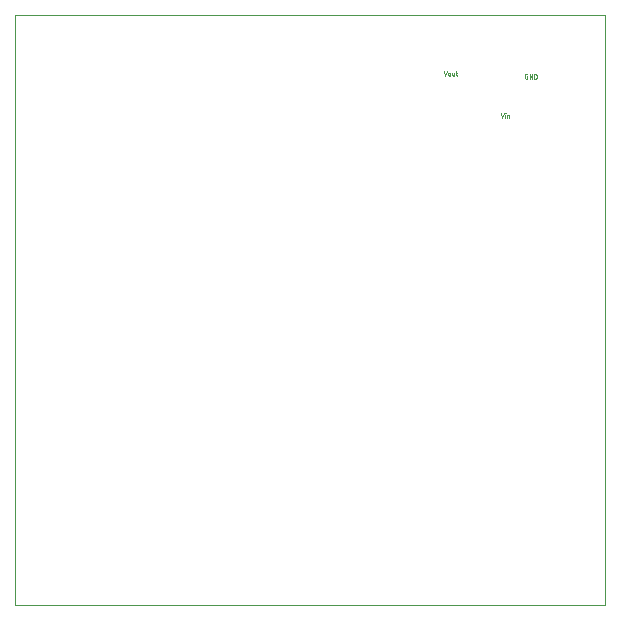
<source format=gbp>
G04 EAGLE Gerber X2 export*
%TF.Part,Single*%
%TF.FileFunction,Other,Solder paste bottom*%
%TF.FilePolarity,Positive*%
%TF.GenerationSoftware,Autodesk,EAGLE,8.7.1*%
%TF.CreationDate,2018-04-17T12:55:15Z*%
G75*
%MOMM*%
%FSLAX34Y34*%
%LPD*%
%AMOC8*
5,1,8,0,0,1.08239X$1,22.5*%
G01*
%ADD10C,0.000000*%
%ADD11C,0.025400*%


D10*
X0Y0D02*
X500000Y0D01*
X500000Y500000D01*
X0Y500000D01*
X0Y0D01*
D11*
X433409Y448014D02*
X434044Y448014D01*
X434044Y445897D01*
X432774Y445897D01*
X432719Y445899D01*
X432663Y445904D01*
X432609Y445913D01*
X432555Y445926D01*
X432502Y445942D01*
X432450Y445961D01*
X432399Y445984D01*
X432351Y446010D01*
X432303Y446040D01*
X432258Y446072D01*
X432216Y446107D01*
X432175Y446145D01*
X432137Y446186D01*
X432102Y446228D01*
X432070Y446273D01*
X432040Y446321D01*
X432014Y446369D01*
X431991Y446420D01*
X431972Y446472D01*
X431956Y446525D01*
X431943Y446579D01*
X431934Y446633D01*
X431929Y446689D01*
X431927Y446744D01*
X431927Y448860D01*
X431929Y448918D01*
X431935Y448975D01*
X431945Y449032D01*
X431958Y449089D01*
X431976Y449144D01*
X431997Y449197D01*
X432022Y449250D01*
X432050Y449300D01*
X432082Y449348D01*
X432117Y449395D01*
X432155Y449438D01*
X432196Y449479D01*
X432239Y449517D01*
X432286Y449552D01*
X432334Y449584D01*
X432384Y449612D01*
X432437Y449637D01*
X432490Y449658D01*
X432545Y449676D01*
X432602Y449689D01*
X432659Y449699D01*
X432716Y449705D01*
X432774Y449707D01*
X434044Y449707D01*
X435828Y449707D02*
X435828Y445897D01*
X437945Y445897D02*
X435828Y449707D01*
X437945Y449707D02*
X437945Y445897D01*
X439730Y445897D02*
X439730Y449707D01*
X440788Y449707D01*
X440852Y449705D01*
X440916Y449699D01*
X440979Y449690D01*
X441041Y449676D01*
X441103Y449659D01*
X441163Y449638D01*
X441222Y449614D01*
X441280Y449586D01*
X441335Y449554D01*
X441389Y449520D01*
X441440Y449482D01*
X441490Y449441D01*
X441536Y449397D01*
X441580Y449351D01*
X441621Y449301D01*
X441659Y449250D01*
X441693Y449196D01*
X441725Y449141D01*
X441753Y449083D01*
X441777Y449024D01*
X441798Y448964D01*
X441815Y448902D01*
X441829Y448840D01*
X441838Y448777D01*
X441844Y448713D01*
X441846Y448649D01*
X441846Y446955D01*
X441844Y446891D01*
X441838Y446827D01*
X441829Y446764D01*
X441815Y446702D01*
X441798Y446640D01*
X441777Y446580D01*
X441753Y446521D01*
X441725Y446463D01*
X441693Y446408D01*
X441659Y446354D01*
X441621Y446303D01*
X441580Y446253D01*
X441536Y446207D01*
X441490Y446163D01*
X441440Y446122D01*
X441389Y446084D01*
X441335Y446050D01*
X441280Y446018D01*
X441222Y445990D01*
X441163Y445966D01*
X441103Y445945D01*
X441041Y445928D01*
X440979Y445914D01*
X440916Y445905D01*
X440852Y445899D01*
X440788Y445897D01*
X439730Y445897D01*
X411607Y416687D02*
X412877Y412877D01*
X414147Y416687D01*
X415437Y415417D02*
X415437Y412877D01*
X415331Y416475D02*
X415331Y416687D01*
X415543Y416687D01*
X415543Y416475D01*
X415331Y416475D01*
X417029Y415417D02*
X417029Y412877D01*
X417029Y415417D02*
X418087Y415417D01*
X418134Y415415D01*
X418182Y415410D01*
X418228Y415401D01*
X418274Y415389D01*
X418319Y415373D01*
X418363Y415354D01*
X418405Y415332D01*
X418445Y415307D01*
X418483Y415278D01*
X418519Y415247D01*
X418552Y415214D01*
X418583Y415178D01*
X418612Y415140D01*
X418637Y415100D01*
X418659Y415058D01*
X418678Y415014D01*
X418694Y414969D01*
X418706Y414923D01*
X418715Y414877D01*
X418720Y414829D01*
X418722Y414782D01*
X418722Y412877D01*
X364617Y448437D02*
X363347Y452247D01*
X365887Y452247D02*
X364617Y448437D01*
X367184Y449284D02*
X367184Y450130D01*
X367186Y450187D01*
X367192Y450243D01*
X367201Y450299D01*
X367214Y450354D01*
X367231Y450408D01*
X367251Y450461D01*
X367275Y450512D01*
X367302Y450562D01*
X367333Y450609D01*
X367366Y450655D01*
X367403Y450698D01*
X367442Y450739D01*
X367484Y450777D01*
X367529Y450812D01*
X367575Y450844D01*
X367624Y450873D01*
X367674Y450898D01*
X367727Y450920D01*
X367780Y450939D01*
X367835Y450954D01*
X367890Y450965D01*
X367946Y450973D01*
X368003Y450977D01*
X368059Y450977D01*
X368116Y450973D01*
X368172Y450965D01*
X368227Y450954D01*
X368282Y450939D01*
X368335Y450920D01*
X368388Y450898D01*
X368438Y450873D01*
X368487Y450844D01*
X368533Y450812D01*
X368578Y450777D01*
X368620Y450739D01*
X368659Y450698D01*
X368696Y450655D01*
X368729Y450609D01*
X368760Y450562D01*
X368787Y450512D01*
X368811Y450461D01*
X368831Y450408D01*
X368848Y450354D01*
X368861Y450299D01*
X368870Y450243D01*
X368876Y450187D01*
X368878Y450130D01*
X368877Y450130D02*
X368877Y449284D01*
X368878Y449284D02*
X368876Y449227D01*
X368870Y449171D01*
X368861Y449115D01*
X368848Y449060D01*
X368831Y449006D01*
X368811Y448953D01*
X368787Y448902D01*
X368760Y448852D01*
X368729Y448805D01*
X368696Y448759D01*
X368659Y448716D01*
X368620Y448675D01*
X368578Y448637D01*
X368533Y448602D01*
X368487Y448570D01*
X368438Y448541D01*
X368388Y448516D01*
X368335Y448494D01*
X368282Y448475D01*
X368227Y448460D01*
X368172Y448449D01*
X368116Y448441D01*
X368059Y448437D01*
X368003Y448437D01*
X367946Y448441D01*
X367890Y448449D01*
X367835Y448460D01*
X367780Y448475D01*
X367727Y448494D01*
X367674Y448516D01*
X367624Y448541D01*
X367575Y448570D01*
X367529Y448602D01*
X367484Y448637D01*
X367442Y448675D01*
X367403Y448716D01*
X367366Y448759D01*
X367333Y448805D01*
X367302Y448852D01*
X367275Y448902D01*
X367251Y448953D01*
X367231Y449006D01*
X367214Y449060D01*
X367201Y449115D01*
X367192Y449171D01*
X367186Y449227D01*
X367184Y449284D01*
X370476Y449072D02*
X370476Y450977D01*
X370476Y449072D02*
X370478Y449025D01*
X370483Y448977D01*
X370492Y448931D01*
X370504Y448885D01*
X370520Y448840D01*
X370539Y448796D01*
X370561Y448755D01*
X370586Y448714D01*
X370615Y448676D01*
X370646Y448640D01*
X370679Y448607D01*
X370715Y448576D01*
X370753Y448547D01*
X370794Y448522D01*
X370835Y448500D01*
X370879Y448481D01*
X370924Y448465D01*
X370970Y448453D01*
X371016Y448444D01*
X371064Y448439D01*
X371111Y448437D01*
X372169Y448437D01*
X372169Y450977D01*
X373465Y450977D02*
X374735Y450977D01*
X373889Y452247D02*
X373889Y449072D01*
X373891Y449025D01*
X373896Y448977D01*
X373905Y448931D01*
X373917Y448885D01*
X373933Y448840D01*
X373952Y448796D01*
X373974Y448755D01*
X373999Y448714D01*
X374028Y448676D01*
X374059Y448640D01*
X374092Y448607D01*
X374128Y448576D01*
X374166Y448547D01*
X374207Y448522D01*
X374248Y448500D01*
X374292Y448481D01*
X374337Y448465D01*
X374383Y448453D01*
X374429Y448444D01*
X374477Y448439D01*
X374524Y448437D01*
X374735Y448437D01*
M02*

</source>
